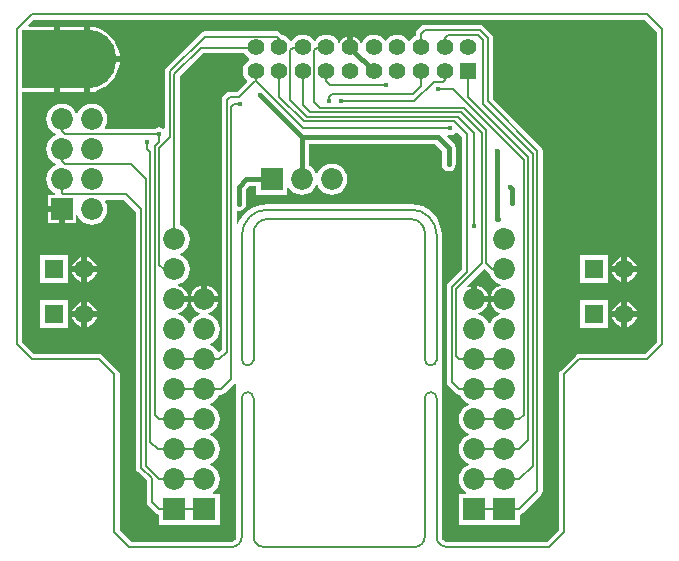
<source format=gbl>
G04 Layer_Physical_Order=2*
G04 Layer_Color=16711680*
%FSLAX43Y43*%
%MOMM*%
G71*
G01*
G75*
%ADD10R,6.000X5.000*%
%ADD19C,0.127*%
%ADD20C,0.381*%
%ADD22C,1.400*%
%ADD23R,1.400X1.400*%
%ADD24R,1.850X1.850*%
%ADD25C,1.850*%
%ADD26C,5.000*%
%ADD27R,1.850X1.850*%
%ADD28C,1.600*%
%ADD29R,1.600X1.600*%
%ADD30C,0.406*%
G36*
X39939Y-21910D02*
X39939Y-21910D01*
X40015Y-21962D01*
X40134Y-22249D01*
X40344Y-22521D01*
X40616Y-22731D01*
X40934Y-22862D01*
X40938Y-22863D01*
X40946Y-22894D01*
X40942Y-22992D01*
X40680Y-23100D01*
X40434Y-23289D01*
X40245Y-23535D01*
X40126Y-23822D01*
X40119Y-23876D01*
X41275D01*
Y-24384D01*
X40119D01*
X40126Y-24438D01*
X40245Y-24725D01*
X40434Y-24971D01*
X40680Y-25160D01*
X40942Y-25268D01*
X40946Y-25366D01*
X40938Y-25397D01*
X40934Y-25398D01*
X40616Y-25529D01*
X40344Y-25739D01*
X40134Y-26011D01*
X40069Y-26170D01*
X39942D01*
X39876Y-26011D01*
X39666Y-25739D01*
X39394Y-25529D01*
X39076Y-25398D01*
X39072Y-25397D01*
X39064Y-25366D01*
X39068Y-25268D01*
X39330Y-25160D01*
X39576Y-24971D01*
X39765Y-24725D01*
X39884Y-24438D01*
X39891Y-24384D01*
X38735D01*
Y-24130D01*
X38481D01*
Y-22974D01*
X38427Y-22981D01*
X38195Y-23078D01*
X38123Y-22970D01*
X39561Y-21532D01*
X39939Y-21910D01*
D02*
G37*
G36*
X19266Y-3339D02*
X19439Y-3565D01*
X19643Y-3721D01*
X19655Y-3793D01*
Y-3795D01*
X19643Y-3867D01*
X19439Y-4023D01*
X19266Y-4249D01*
X19157Y-4512D01*
X19120Y-4794D01*
X19157Y-5076D01*
X19266Y-5339D01*
X19439Y-5565D01*
X19440Y-5565D01*
X19448Y-5692D01*
X18608Y-6532D01*
X18035D01*
X18035Y-6532D01*
X17862Y-6566D01*
X17715Y-6665D01*
X17715Y-6665D01*
X17460Y-6920D01*
X17361Y-7067D01*
X17327Y-7240D01*
Y-28387D01*
X17138Y-28576D01*
X17113Y-28571D01*
X17002Y-28533D01*
X16806Y-28279D01*
X16534Y-28069D01*
X16375Y-28003D01*
Y-27876D01*
X16534Y-27811D01*
X16806Y-27601D01*
X17016Y-27329D01*
X17147Y-27011D01*
X17192Y-26670D01*
X17147Y-26329D01*
X17016Y-26011D01*
X16806Y-25739D01*
X16534Y-25529D01*
X16216Y-25398D01*
X16212Y-25397D01*
X16204Y-25366D01*
X16208Y-25268D01*
X16470Y-25160D01*
X16716Y-24971D01*
X16905Y-24725D01*
X17024Y-24438D01*
X17031Y-24384D01*
X15875D01*
X14719D01*
X14726Y-24438D01*
X14845Y-24725D01*
X15034Y-24971D01*
X15280Y-25160D01*
X15542Y-25268D01*
X15546Y-25366D01*
X15538Y-25397D01*
X15534Y-25398D01*
X15216Y-25529D01*
X14944Y-25739D01*
X14734Y-26011D01*
X14668Y-26170D01*
X14542D01*
X14476Y-26011D01*
X14266Y-25739D01*
X13994Y-25529D01*
X13676Y-25398D01*
X13672Y-25397D01*
X13664Y-25366D01*
X13668Y-25268D01*
X13930Y-25160D01*
X14176Y-24971D01*
X14365Y-24725D01*
X14484Y-24438D01*
X14491Y-24384D01*
X13335D01*
Y-23876D01*
X14491D01*
X14484Y-23822D01*
X14365Y-23535D01*
X14176Y-23289D01*
X13930Y-23100D01*
X13668Y-22992D01*
X13664Y-22894D01*
X13672Y-22863D01*
X13676Y-22862D01*
X13994Y-22731D01*
X14266Y-22521D01*
X14476Y-22249D01*
X14607Y-21931D01*
X14652Y-21590D01*
X14607Y-21249D01*
X14476Y-20931D01*
X14266Y-20659D01*
X13994Y-20449D01*
X13835Y-20383D01*
Y-20257D01*
X13994Y-20191D01*
X14266Y-19981D01*
X14476Y-19709D01*
X14607Y-19391D01*
X14652Y-19050D01*
X14607Y-18709D01*
X14476Y-18391D01*
X14266Y-18119D01*
X13994Y-17909D01*
X13788Y-17824D01*
Y-5268D01*
X15793Y-3263D01*
X19234D01*
X19266Y-3339D01*
D02*
G37*
G36*
X54157Y-1458D02*
Y-27752D01*
X53152Y-28757D01*
X47625D01*
X47625Y-28757D01*
X47452Y-28791D01*
X47305Y-28890D01*
X47305Y-28890D01*
X46035Y-30160D01*
X45936Y-30307D01*
X45902Y-30480D01*
Y-43627D01*
X44897Y-44632D01*
X36479D01*
X36354Y-44632D01*
X36236Y-44612D01*
X36202Y-44605D01*
X36073Y-44519D01*
X35987Y-44390D01*
X35981Y-44357D01*
X35961Y-44239D01*
X35961Y-44112D01*
X35961Y-32520D01*
X35961Y-32520D01*
Y-18669D01*
X35964D01*
X35914Y-18160D01*
X35766Y-17671D01*
X35525Y-17221D01*
X35201Y-16826D01*
X34806Y-16502D01*
X34356Y-16261D01*
X33867Y-16113D01*
X33359Y-16063D01*
Y-16067D01*
X21202D01*
X21197Y-16068D01*
X20788Y-16100D01*
X20584Y-16149D01*
X20557Y-16152D01*
X20514Y-16166D01*
X20384Y-16197D01*
X20289Y-16236D01*
X20273Y-16241D01*
X20248Y-16253D01*
X20246Y-16254D01*
X20197Y-16270D01*
X20187Y-16276D01*
X20176Y-16278D01*
X20049Y-16329D01*
X20020Y-16348D01*
X20000Y-16356D01*
X19995Y-16359D01*
X19978Y-16366D01*
X19911Y-16410D01*
X19646Y-16573D01*
X19330Y-16843D01*
X19060Y-17159D01*
X18843Y-17513D01*
X18741Y-17759D01*
X18614Y-17734D01*
Y-16672D01*
X18712Y-16591D01*
X18809Y-16610D01*
X19037Y-16565D01*
X19230Y-16436D01*
X19359Y-16243D01*
X19405Y-16015D01*
X19392Y-15950D01*
Y-14833D01*
X19672Y-14553D01*
X20284D01*
Y-15276D01*
X22896D01*
Y-14716D01*
X23023Y-14673D01*
X23199Y-14901D01*
X23471Y-15111D01*
X23789Y-15242D01*
X24130Y-15287D01*
X24471Y-15242D01*
X24789Y-15111D01*
X25061Y-14901D01*
X25271Y-14629D01*
X25337Y-14470D01*
X25463D01*
X25529Y-14629D01*
X25739Y-14901D01*
X26011Y-15111D01*
X26329Y-15242D01*
X26670Y-15287D01*
X27011Y-15242D01*
X27329Y-15111D01*
X27601Y-14901D01*
X27811Y-14629D01*
X27942Y-14311D01*
X27987Y-13970D01*
X27942Y-13629D01*
X27811Y-13311D01*
X27601Y-13039D01*
X27329Y-12829D01*
X27011Y-12698D01*
X26670Y-12653D01*
X26329Y-12698D01*
X26011Y-12829D01*
X25739Y-13039D01*
X25529Y-13311D01*
X25463Y-13470D01*
X25337D01*
X25271Y-13311D01*
X25061Y-13039D01*
X24789Y-12829D01*
X24713Y-12798D01*
Y-10934D01*
X35383D01*
X35993Y-11544D01*
Y-12635D01*
X35980Y-12700D01*
X36026Y-12928D01*
X36155Y-13121D01*
X36348Y-13250D01*
X36576Y-13296D01*
X36804Y-13250D01*
X36997Y-13121D01*
X37126Y-12928D01*
X37172Y-12700D01*
X37159Y-12635D01*
Y-11303D01*
X37114Y-11080D01*
X36988Y-10891D01*
X36405Y-10308D01*
X36470Y-10210D01*
X36480Y-10203D01*
X36703Y-10248D01*
X36931Y-10202D01*
X37124Y-10073D01*
X37168Y-10008D01*
X37294Y-9995D01*
X37647Y-10348D01*
Y-21625D01*
X36510Y-22763D01*
X36411Y-22910D01*
X36377Y-23083D01*
Y-31115D01*
X36411Y-31288D01*
X36510Y-31435D01*
X37145Y-32070D01*
X37145Y-32070D01*
X37292Y-32169D01*
X37465Y-32203D01*
X37509D01*
X37594Y-32409D01*
X37804Y-32681D01*
X38076Y-32891D01*
X38235Y-32957D01*
Y-33083D01*
X38076Y-33149D01*
X37804Y-33359D01*
X37594Y-33631D01*
X37463Y-33949D01*
X37418Y-34290D01*
X37463Y-34631D01*
X37594Y-34949D01*
X37804Y-35221D01*
X38076Y-35431D01*
X38235Y-35496D01*
Y-35624D01*
X38076Y-35689D01*
X37804Y-35899D01*
X37594Y-36171D01*
X37463Y-36489D01*
X37418Y-36830D01*
X37463Y-37171D01*
X37594Y-37489D01*
X37804Y-37761D01*
X38076Y-37971D01*
X38235Y-38036D01*
Y-38164D01*
X38076Y-38229D01*
X37804Y-38439D01*
X37594Y-38711D01*
X37463Y-39029D01*
X37418Y-39370D01*
X37463Y-39711D01*
X37594Y-40029D01*
X37804Y-40301D01*
X38032Y-40477D01*
X37989Y-40604D01*
X37429D01*
Y-43216D01*
X42581D01*
Y-42356D01*
X42718Y-42329D01*
X42865Y-42230D01*
X44389Y-40706D01*
X44488Y-40559D01*
X44522Y-40386D01*
Y-11557D01*
X44488Y-11384D01*
X44389Y-11237D01*
X44389Y-11237D01*
X40331Y-7178D01*
Y-2032D01*
X40331Y-2032D01*
X40297Y-1859D01*
X40198Y-1712D01*
X40198Y-1712D01*
X39491Y-1004D01*
X39344Y-906D01*
X39171Y-872D01*
X34536D01*
X34536Y-872D01*
X34363Y-906D01*
X34216Y-1004D01*
X34216Y-1004D01*
X33890Y-1331D01*
X33791Y-1478D01*
X33757Y-1651D01*
Y-1812D01*
X33665Y-1850D01*
X33439Y-2023D01*
X33283Y-2227D01*
X33211Y-2239D01*
X33209D01*
X33137Y-2227D01*
X32981Y-2023D01*
X32755Y-1850D01*
X32492Y-1741D01*
X32210Y-1704D01*
X31928Y-1741D01*
X31665Y-1850D01*
X31439Y-2023D01*
X31283Y-2227D01*
X31211Y-2239D01*
X31209D01*
X31137Y-2227D01*
X30981Y-2023D01*
X30755Y-1850D01*
X30492Y-1741D01*
X30210Y-1704D01*
X29928Y-1741D01*
X29665Y-1850D01*
X29439Y-2023D01*
X29266Y-2249D01*
X29210Y-2383D01*
X29073D01*
X29043Y-2313D01*
X28890Y-2114D01*
X28691Y-1961D01*
X28464Y-1867D01*
Y-2794D01*
X27956D01*
Y-1867D01*
X27729Y-1961D01*
X27530Y-2114D01*
X27377Y-2313D01*
X27347Y-2383D01*
X27210D01*
X27154Y-2249D01*
X26981Y-2023D01*
X26755Y-1850D01*
X26492Y-1741D01*
X26210Y-1704D01*
X25928Y-1741D01*
X25665Y-1850D01*
X25439Y-2023D01*
X25283Y-2227D01*
X25211Y-2239D01*
X25209D01*
X25137Y-2227D01*
X24981Y-2023D01*
X24755Y-1850D01*
X24492Y-1741D01*
X24210Y-1704D01*
X23928Y-1741D01*
X23665Y-1850D01*
X23439Y-2023D01*
X23283Y-2227D01*
X23211Y-2239D01*
X23209D01*
X23137Y-2227D01*
X22981Y-2023D01*
X22755Y-1850D01*
X22492Y-1741D01*
X22480Y-1739D01*
X22313Y-1572D01*
X22166Y-1474D01*
X21992Y-1439D01*
X15887D01*
X15714Y-1474D01*
X15567Y-1572D01*
X15567Y-1572D01*
X12634Y-4506D01*
X12535Y-4653D01*
X12501Y-4826D01*
Y-9596D01*
X12374Y-9664D01*
X12293Y-9610D01*
X12065Y-9564D01*
X11837Y-9610D01*
X11692Y-9707D01*
X7513D01*
X7457Y-9593D01*
X7491Y-9549D01*
X7622Y-9231D01*
X7667Y-8890D01*
X7622Y-8549D01*
X7491Y-8231D01*
X7281Y-7959D01*
X7009Y-7749D01*
X6691Y-7618D01*
X6350Y-7573D01*
X6009Y-7618D01*
X5691Y-7749D01*
X5419Y-7959D01*
X5209Y-8231D01*
X5143Y-8390D01*
X5016D01*
X4951Y-8231D01*
X4741Y-7959D01*
X4469Y-7749D01*
X4151Y-7618D01*
X3810Y-7573D01*
X3469Y-7618D01*
X3151Y-7749D01*
X2879Y-7959D01*
X2669Y-8231D01*
X2538Y-8549D01*
X2493Y-8890D01*
X2538Y-9231D01*
X2669Y-9549D01*
X2879Y-9821D01*
X3151Y-10031D01*
X3297Y-10091D01*
Y-10229D01*
X3151Y-10289D01*
X2879Y-10499D01*
X2669Y-10771D01*
X2538Y-11089D01*
X2493Y-11430D01*
X2538Y-11771D01*
X2669Y-12089D01*
X2879Y-12361D01*
X3151Y-12571D01*
X3297Y-12631D01*
Y-12769D01*
X3151Y-12829D01*
X2879Y-13039D01*
X2669Y-13311D01*
X2538Y-13629D01*
X2493Y-13970D01*
X2538Y-14311D01*
X2669Y-14629D01*
X2879Y-14901D01*
X3151Y-15111D01*
X3254Y-15153D01*
X3268Y-15204D01*
X3171Y-15331D01*
X2631D01*
Y-16256D01*
X3810D01*
Y-16510D01*
X4064D01*
Y-17689D01*
X4989D01*
Y-16969D01*
X5116Y-16944D01*
X5209Y-17169D01*
X5419Y-17441D01*
X5691Y-17651D01*
X6009Y-17782D01*
X6350Y-17827D01*
X6691Y-17782D01*
X7009Y-17651D01*
X7281Y-17441D01*
X7491Y-17169D01*
X7622Y-16851D01*
X7667Y-16510D01*
X7622Y-16169D01*
X7491Y-15851D01*
X7457Y-15807D01*
X7513Y-15693D01*
X9083D01*
X10088Y-16698D01*
Y-38385D01*
X10122Y-38558D01*
X10221Y-38705D01*
X10977Y-39462D01*
Y-41275D01*
X11011Y-41448D01*
X11110Y-41595D01*
X11745Y-42230D01*
X11745Y-42230D01*
X11892Y-42329D01*
X12029Y-42356D01*
Y-43216D01*
X17181D01*
Y-40604D01*
X16621D01*
X16578Y-40477D01*
X16806Y-40301D01*
X17016Y-40029D01*
X17147Y-39711D01*
X17192Y-39370D01*
X17147Y-39029D01*
X17016Y-38711D01*
X16806Y-38439D01*
X16534Y-38229D01*
X16375Y-38164D01*
Y-38036D01*
X16534Y-37971D01*
X16806Y-37761D01*
X17016Y-37489D01*
X17147Y-37171D01*
X17192Y-36830D01*
X17147Y-36489D01*
X17016Y-36171D01*
X16806Y-35899D01*
X16534Y-35689D01*
X16375Y-35624D01*
Y-35496D01*
X16534Y-35431D01*
X16806Y-35221D01*
X17016Y-34949D01*
X17147Y-34631D01*
X17192Y-34290D01*
X17147Y-33949D01*
X17016Y-33631D01*
X16806Y-33359D01*
X16534Y-33149D01*
X16375Y-33083D01*
Y-32957D01*
X16534Y-32891D01*
X16806Y-32681D01*
X17016Y-32409D01*
X17101Y-32203D01*
X17272D01*
X17445Y-32169D01*
X17592Y-32070D01*
X18427Y-31236D01*
X18554Y-31288D01*
Y-32520D01*
X18554Y-32520D01*
X18554Y-44239D01*
X18556Y-44248D01*
X18528Y-44390D01*
X18442Y-44519D01*
X18313Y-44605D01*
X18170Y-44634D01*
X18161Y-44632D01*
X9713D01*
X8708Y-43627D01*
Y-30480D01*
X8708Y-30480D01*
X8674Y-30307D01*
X8575Y-30160D01*
X8575Y-30160D01*
X7305Y-28890D01*
X7158Y-28791D01*
X6985Y-28757D01*
X1458D01*
X453Y-27752D01*
Y-6564D01*
X3175D01*
Y-3810D01*
Y-1056D01*
X1021D01*
X972Y-939D01*
X1458Y-453D01*
X53152D01*
X54157Y-1458D01*
D02*
G37*
%LPC*%
G36*
X38989Y-22974D02*
Y-23876D01*
X39891D01*
X39884Y-23822D01*
X39765Y-23535D01*
X39576Y-23289D01*
X39330Y-23100D01*
X39043Y-22981D01*
X38989Y-22974D01*
D02*
G37*
G36*
X16129D02*
Y-23876D01*
X17031D01*
X17024Y-23822D01*
X16905Y-23535D01*
X16716Y-23289D01*
X16470Y-23100D01*
X16183Y-22981D01*
X16129Y-22974D01*
D02*
G37*
G36*
X15621Y-22974D02*
X15567Y-22981D01*
X15280Y-23100D01*
X15034Y-23289D01*
X14845Y-23535D01*
X14726Y-23822D01*
X14719Y-23876D01*
X15621D01*
Y-22974D01*
D02*
G37*
G36*
X5969Y-24370D02*
Y-25146D01*
X6745D01*
X6742Y-25125D01*
X6636Y-24868D01*
X6467Y-24648D01*
X6247Y-24479D01*
X5990Y-24373D01*
X5969Y-24370D01*
D02*
G37*
G36*
X5461D02*
X5440Y-24373D01*
X5183Y-24479D01*
X4963Y-24648D01*
X4794Y-24868D01*
X4688Y-25125D01*
X4685Y-25146D01*
X5461D01*
Y-24370D01*
D02*
G37*
G36*
X51181D02*
X51160Y-24373D01*
X50903Y-24479D01*
X50683Y-24648D01*
X50514Y-24868D01*
X50408Y-25125D01*
X50405Y-25146D01*
X51181D01*
Y-24370D01*
D02*
G37*
G36*
X51689D02*
Y-25146D01*
X52465D01*
X52462Y-25125D01*
X52356Y-24868D01*
X52187Y-24648D01*
X51967Y-24479D01*
X51710Y-24373D01*
X51689Y-24370D01*
D02*
G37*
G36*
X5461Y-25654D02*
X4685D01*
X4688Y-25675D01*
X4794Y-25932D01*
X4963Y-26152D01*
X5183Y-26321D01*
X5440Y-26427D01*
X5461Y-26430D01*
Y-25654D01*
D02*
G37*
G36*
X50076Y-24219D02*
X47714D01*
Y-26581D01*
X50076D01*
Y-24219D01*
D02*
G37*
G36*
X4356D02*
X1994D01*
Y-26581D01*
X4356D01*
Y-24219D01*
D02*
G37*
G36*
X52465Y-25654D02*
X51689D01*
Y-26430D01*
X51710Y-26427D01*
X51967Y-26321D01*
X52187Y-26152D01*
X52356Y-25932D01*
X52462Y-25675D01*
X52465Y-25654D01*
D02*
G37*
G36*
X51181D02*
X50405D01*
X50408Y-25675D01*
X50514Y-25932D01*
X50683Y-26152D01*
X50903Y-26321D01*
X51160Y-26427D01*
X51181Y-26430D01*
Y-25654D01*
D02*
G37*
G36*
X6745D02*
X5969D01*
Y-26430D01*
X5990Y-26427D01*
X6247Y-26321D01*
X6467Y-26152D01*
X6636Y-25932D01*
X6742Y-25675D01*
X6745Y-25654D01*
D02*
G37*
G36*
X51689Y-20560D02*
Y-21336D01*
X52465D01*
X52462Y-21315D01*
X52356Y-21058D01*
X52187Y-20838D01*
X51967Y-20669D01*
X51710Y-20563D01*
X51689Y-20560D01*
D02*
G37*
G36*
X51181D02*
X51160Y-20563D01*
X50903Y-20669D01*
X50683Y-20838D01*
X50514Y-21058D01*
X50408Y-21315D01*
X50405Y-21336D01*
X51181D01*
Y-20560D01*
D02*
G37*
G36*
X5969D02*
Y-21336D01*
X6745D01*
X6742Y-21315D01*
X6636Y-21058D01*
X6467Y-20838D01*
X6247Y-20669D01*
X5990Y-20563D01*
X5969Y-20560D01*
D02*
G37*
G36*
X3556Y-16764D02*
X2631D01*
Y-17689D01*
X3556D01*
Y-16764D01*
D02*
G37*
G36*
X6683Y-1056D02*
X6223D01*
Y-3556D01*
X8712D01*
X8698Y-3378D01*
X8596Y-2956D01*
X8430Y-2556D01*
X8204Y-2186D01*
X7922Y-1857D01*
X7593Y-1575D01*
X7223Y-1349D01*
X6823Y-1183D01*
X6683Y-1149D01*
Y-1056D01*
D02*
G37*
G36*
X8712Y-4064D02*
X6223D01*
Y-6564D01*
X6683D01*
Y-6471D01*
X6823Y-6437D01*
X7223Y-6271D01*
X7593Y-6045D01*
X7922Y-5763D01*
X8204Y-5434D01*
X8430Y-5064D01*
X8596Y-4664D01*
X8698Y-4242D01*
X8712Y-4064D01*
D02*
G37*
G36*
X5715Y-1056D02*
X3683D01*
Y-3810D01*
Y-6564D01*
X5715D01*
Y-3810D01*
Y-1056D01*
D02*
G37*
G36*
X5461Y-21844D02*
X4685D01*
X4688Y-21865D01*
X4794Y-22122D01*
X4963Y-22342D01*
X5183Y-22511D01*
X5440Y-22617D01*
X5461Y-22620D01*
Y-21844D01*
D02*
G37*
G36*
X50076Y-20409D02*
X47714D01*
Y-22771D01*
X50076D01*
Y-20409D01*
D02*
G37*
G36*
X4356D02*
X1994D01*
Y-22771D01*
X4356D01*
Y-20409D01*
D02*
G37*
G36*
X6745Y-21844D02*
X5969D01*
Y-22620D01*
X5990Y-22617D01*
X6247Y-22511D01*
X6467Y-22342D01*
X6636Y-22122D01*
X6742Y-21865D01*
X6745Y-21844D01*
D02*
G37*
G36*
X5461Y-20560D02*
X5440Y-20563D01*
X5183Y-20669D01*
X4963Y-20838D01*
X4794Y-21058D01*
X4688Y-21315D01*
X4685Y-21336D01*
X5461D01*
Y-20560D01*
D02*
G37*
G36*
X52465Y-21844D02*
X51689D01*
Y-22620D01*
X51710Y-22617D01*
X51967Y-22511D01*
X52187Y-22342D01*
X52356Y-22122D01*
X52462Y-21865D01*
X52465Y-21844D01*
D02*
G37*
G36*
X51181D02*
X50405D01*
X50408Y-21865D01*
X50514Y-22122D01*
X50683Y-22342D01*
X50903Y-22511D01*
X51160Y-22617D01*
X51181Y-22620D01*
Y-21844D01*
D02*
G37*
%LPD*%
D10*
X3429Y-3810D02*
D03*
D19*
X25146Y-5313D02*
Y-3048D01*
Y-7379D02*
Y-5313D01*
X25384Y-2810D02*
X26210D01*
X34210D02*
Y-1651D01*
X34536Y-1325D01*
X39171D01*
X39878Y-2032D01*
Y-7366D02*
Y-2032D01*
X39497Y-7620D02*
Y-2190D01*
X39013Y-1706D02*
X39497Y-2190D01*
X36210Y-2810D02*
Y-2017D01*
X36521Y-1706D02*
X39013D01*
X36210Y-2017D02*
X36521Y-1706D01*
X25146Y-3048D02*
X25384Y-2810D01*
X23128Y-3048D02*
X23365Y-2810D01*
X23128Y-7253D02*
Y-3048D01*
X15887Y-1893D02*
X21992D01*
X43307Y-36068D02*
Y-12065D01*
X42926Y-33909D02*
Y-12319D01*
X43688Y-38227D02*
Y-11811D01*
X44069Y-40386D02*
Y-11557D01*
X42545Y-39370D02*
X43688Y-38227D01*
X39497Y-7620D02*
X43688Y-11811D01*
X42545Y-41910D02*
X44069Y-40386D01*
X39878Y-7366D02*
X44069Y-11557D01*
X39751Y-21082D02*
Y-9779D01*
X39370Y-21082D02*
Y-10033D01*
X38659Y-17958D02*
Y-10109D01*
X38100Y-21813D02*
Y-10160D01*
X38659Y-10109D02*
X38735Y-10033D01*
X37351Y-8649D02*
X38735Y-10033D01*
X42545Y-34290D02*
X42926Y-33909D01*
X36957Y-6350D02*
X42926Y-12319D01*
X42545Y-36830D02*
X43307Y-36068D01*
X38210Y-6968D02*
X43307Y-12065D01*
X15605Y-2810D02*
X20210D01*
X13335Y-5080D02*
X15605Y-2810D01*
X13335Y-19050D02*
Y-5080D01*
X36970Y-9030D02*
X38100Y-10160D01*
X37211Y-28956D02*
X37465Y-29210D01*
X36830Y-31115D02*
X37465Y-31750D01*
X18161Y-7874D02*
X18415Y-7620D01*
X18923D01*
X20210Y-5605D02*
X24257Y-9652D01*
X36703D01*
X20210Y-5605D02*
Y-4810D01*
X20176Y-5605D02*
X20210D01*
X18796Y-6985D02*
X20176Y-5605D01*
X18035Y-6985D02*
X18796D01*
X17780Y-7240D02*
X18035Y-6985D01*
X22210Y-6970D02*
Y-4810D01*
Y-6970D02*
X24270Y-9030D01*
X36970D01*
X24210Y-7700D02*
X24778Y-8268D01*
X24210Y-7700D02*
Y-4810D01*
X27432Y-7366D02*
X33654D01*
X3810Y-12446D02*
X4064Y-12700D01*
X3810Y-12446D02*
Y-11430D01*
X9652Y-12700D02*
X10922Y-13970D01*
Y-38227D02*
Y-13970D01*
Y-38227D02*
X12065Y-39370D01*
X4064Y-12700D02*
X9652D01*
X3810Y-15113D02*
X3937Y-15240D01*
X3810Y-15113D02*
Y-13970D01*
X9271Y-15240D02*
X10541Y-16510D01*
Y-38385D02*
Y-16510D01*
Y-38385D02*
X11430Y-39274D01*
Y-41275D02*
Y-39274D01*
Y-41275D02*
X12065Y-41910D01*
X3937Y-15240D02*
X9271D01*
X24524Y-8649D02*
X37351D01*
X37605Y-8268D02*
X39370Y-10033D01*
X24778Y-8268D02*
X37605D01*
X37859Y-7887D02*
X39751Y-9779D01*
X40259Y-21590D02*
X41275D01*
X39751Y-21082D02*
X40259Y-21590D01*
X35687Y-6350D02*
X36957D01*
X38210Y-6968D02*
Y-4810D01*
X17272Y-31750D02*
X18161Y-30861D01*
X17145Y-29210D02*
X17780Y-28575D01*
X18161Y-30861D02*
Y-7874D01*
X17780Y-28575D02*
Y-7240D01*
X37211Y-23241D02*
X39370Y-21082D01*
X37211Y-28956D02*
Y-23241D01*
X36830Y-23083D02*
X38100Y-21813D01*
X36830Y-31115D02*
Y-23083D01*
X22210Y-2810D02*
Y-2110D01*
X21992Y-1893D02*
X22210Y-2110D01*
X23365Y-2810D02*
X24210D01*
X23128Y-7253D02*
X24524Y-8649D01*
X25146Y-7379D02*
X25654Y-7887D01*
X37859D01*
X26210Y-5636D02*
Y-4810D01*
Y-5636D02*
X26543Y-5969D01*
X31242D01*
X34210Y-6049D02*
Y-4810D01*
X33528Y-6731D02*
X34210Y-6049D01*
X36210Y-5573D02*
Y-4810D01*
X35305Y-5715D02*
X36068D01*
X36210Y-5573D01*
X33654Y-7366D02*
X35305Y-5715D01*
X12446Y-21590D02*
X13335D01*
X12065Y-21209D02*
X12446Y-21590D01*
X26416Y-6985D02*
X26670Y-6731D01*
X26416Y-7366D02*
Y-6985D01*
X26670Y-6731D02*
X33528D01*
X11303Y-36195D02*
X11938Y-36830D01*
X11684Y-33909D02*
X12065Y-34290D01*
X12954Y-4826D02*
X15887Y-1893D01*
X11303Y-36195D02*
Y-11684D01*
X11049Y-11430D02*
X11303Y-11684D01*
X11049Y-11430D02*
Y-10795D01*
X4064Y-10160D02*
X12065D01*
X3810Y-9906D02*
X4064Y-10160D01*
X3810Y-9906D02*
Y-8890D01*
X12954Y-10414D02*
Y-4826D01*
X12065Y-10764D02*
Y-10160D01*
Y-21209D02*
Y-11303D01*
X12954Y-10414D01*
X11684Y-33909D02*
Y-11145D01*
X12065Y-10764D01*
X11938Y-36830D02*
X13335D01*
X15875D01*
X12065Y-34290D02*
X13335D01*
X15875D01*
X12065Y-39370D02*
X13335D01*
X15875D01*
X12065Y-41910D02*
X13335D01*
X15875D01*
X38735D02*
X41275D01*
X42545D01*
X38735Y-39370D02*
X41275D01*
X42545D01*
X38735Y-36830D02*
X41275D01*
X42545D01*
X38735Y-34290D02*
X41275D01*
X42545D01*
X13335Y-29210D02*
X15875D01*
X17145D01*
X13335Y-31750D02*
X15875D01*
X17272D01*
X37465D02*
X38735D01*
X41275D01*
X37465Y-29210D02*
X38735D01*
X41275D01*
X33689Y-45085D02*
G03*
X34535Y-44239I0J846D01*
G01*
X20035D02*
G03*
X20881Y-45085I846J0D01*
G01*
X20035Y-32485D02*
G03*
X19035Y-32485I-500J0D01*
G01*
X18189Y-45085D02*
G03*
X19035Y-44239I-0J846D01*
G01*
X35535Y-32485D02*
G03*
X34535Y-32485I-500J0D01*
G01*
Y-29220D02*
G03*
X35535Y-29220I500J0D01*
G01*
Y-18669D02*
G03*
X33386Y-16520I-2149J0D01*
G01*
X34535Y-18510D02*
G03*
X33345Y-17320I-1190J0D01*
G01*
X21225D02*
G03*
X20035Y-18510I0J-1190D01*
G01*
X21229Y-16520D02*
G03*
X19035Y-18714I0J-2194D01*
G01*
Y-29220D02*
G03*
X20035Y-29220I500J0D01*
G01*
X35535Y-44239D02*
G03*
X36381Y-45085I846J0D01*
G01*
X54610Y-27940D02*
Y-1270D01*
X53340Y0D02*
X54610Y-1270D01*
X1270Y0D02*
X53340D01*
X46355Y-43815D02*
Y-30480D01*
X36381Y-45085D02*
X45085D01*
X46355Y-43815D01*
X8255D02*
Y-30480D01*
Y-43815D02*
X9525Y-45085D01*
X18189D01*
X0Y-27940D02*
Y-1270D01*
X1270Y0D01*
X20881Y-45085D02*
X33689D01*
X20035Y-44239D02*
Y-32520D01*
X19035Y-44239D02*
X19035Y-32520D01*
X35535D02*
X35535Y-44239D01*
X34535Y-44239D02*
Y-32520D01*
X46355Y-30480D02*
X47625Y-29210D01*
X53340D02*
X54610Y-27940D01*
X47625Y-29210D02*
X53340D01*
X0Y-27940D02*
X1270Y-29210D01*
X6985D01*
X8255Y-30480D01*
X35535Y-29220D02*
Y-18669D01*
X34535Y-29220D02*
Y-18510D01*
X21229Y-16520D02*
X33386D01*
X21225Y-17320D02*
X33345D01*
X20035Y-29220D02*
Y-18510D01*
X19035Y-29220D02*
Y-18714D01*
D20*
X40665Y-17297D02*
Y-11581D01*
Y-17297D02*
X40691Y-17323D01*
X41935Y-15951D02*
Y-14757D01*
X41783Y-14605D02*
X41935Y-14757D01*
X24130Y-13970D02*
Y-10351D01*
X20574Y-6795D02*
X24130Y-10351D01*
X35624D01*
X36576Y-11303D01*
Y-12700D02*
Y-11303D01*
X19431Y-13970D02*
X21590D01*
X18809Y-16015D02*
Y-14592D01*
X28210Y-2810D02*
X30210Y-4810D01*
X18809Y-14592D02*
X19431Y-13970D01*
D22*
X20210Y-2794D02*
D03*
Y-4794D02*
D03*
X22210D02*
D03*
Y-2794D02*
D03*
X24210D02*
D03*
X26210D02*
D03*
X28210D02*
D03*
X30210D02*
D03*
X32210D02*
D03*
X34210D02*
D03*
X36210D02*
D03*
X38210D02*
D03*
X24210Y-4794D02*
D03*
X26210D02*
D03*
X28210D02*
D03*
X30210D02*
D03*
X32210D02*
D03*
X34210D02*
D03*
X36210D02*
D03*
D23*
X38210D02*
D03*
D24*
X3810Y-16510D02*
D03*
X13335Y-41910D02*
D03*
X41275D02*
D03*
X15875D02*
D03*
X38735D02*
D03*
D25*
X3810Y-13970D02*
D03*
Y-11430D02*
D03*
Y-8890D02*
D03*
X6350D02*
D03*
Y-11430D02*
D03*
Y-13970D02*
D03*
Y-16510D02*
D03*
X24130Y-13970D02*
D03*
X26670D02*
D03*
X13335Y-39370D02*
D03*
Y-36830D02*
D03*
Y-34290D02*
D03*
Y-31750D02*
D03*
Y-29210D02*
D03*
Y-26670D02*
D03*
Y-24130D02*
D03*
Y-21590D02*
D03*
Y-19050D02*
D03*
X41275Y-39370D02*
D03*
Y-36830D02*
D03*
Y-34290D02*
D03*
Y-31750D02*
D03*
Y-29210D02*
D03*
Y-26670D02*
D03*
Y-24130D02*
D03*
Y-21590D02*
D03*
Y-19050D02*
D03*
X15875Y-29210D02*
D03*
Y-31750D02*
D03*
Y-39370D02*
D03*
Y-36830D02*
D03*
Y-34290D02*
D03*
Y-26670D02*
D03*
Y-24130D02*
D03*
X38735Y-29210D02*
D03*
Y-31750D02*
D03*
Y-39370D02*
D03*
Y-36830D02*
D03*
Y-34290D02*
D03*
Y-26670D02*
D03*
Y-24130D02*
D03*
D26*
X5969Y-3810D02*
D03*
D27*
X21590Y-13970D02*
D03*
D28*
X5715Y-21590D02*
D03*
X51435D02*
D03*
X5715Y-25400D02*
D03*
X51435D02*
D03*
D29*
X3175Y-21590D02*
D03*
X48895D02*
D03*
X3175Y-25400D02*
D03*
X48895D02*
D03*
D30*
X40665Y-11581D02*
D03*
X40691Y-17323D02*
D03*
X38659Y-17958D02*
D03*
X41935Y-15951D02*
D03*
X41783Y-14605D02*
D03*
X27432Y-7366D02*
D03*
X26416D02*
D03*
X36703Y-9652D02*
D03*
X35687Y-6350D02*
D03*
X18923Y-7620D02*
D03*
X20574Y-6795D02*
D03*
X31242Y-5969D02*
D03*
X47752Y-12446D02*
D03*
X36576Y-12700D02*
D03*
X18809Y-16015D02*
D03*
X17653Y-4445D02*
D03*
X26670Y-12065D02*
D03*
X37084Y-20066D02*
D03*
X12065Y-10160D02*
D03*
X11049Y-10795D02*
D03*
X37084Y-20701D02*
D03*
Y-21717D02*
D03*
X44704Y-24130D02*
D03*
X45339D02*
D03*
M02*

</source>
